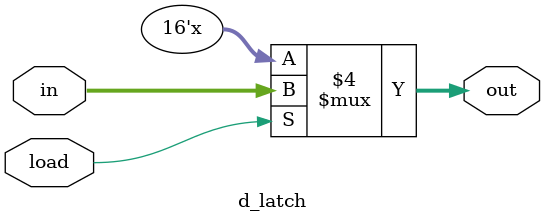
<source format=v>
`timescale 1ns / 1ps
module d_latch #(parameter SIZE = 16)(
    input [SIZE-1:0] in,
    input load,
    output reg [SIZE-1:0] out
    );
	always @(load,in)
		if (load == 1'b1)
			out = in;

endmodule

</source>
